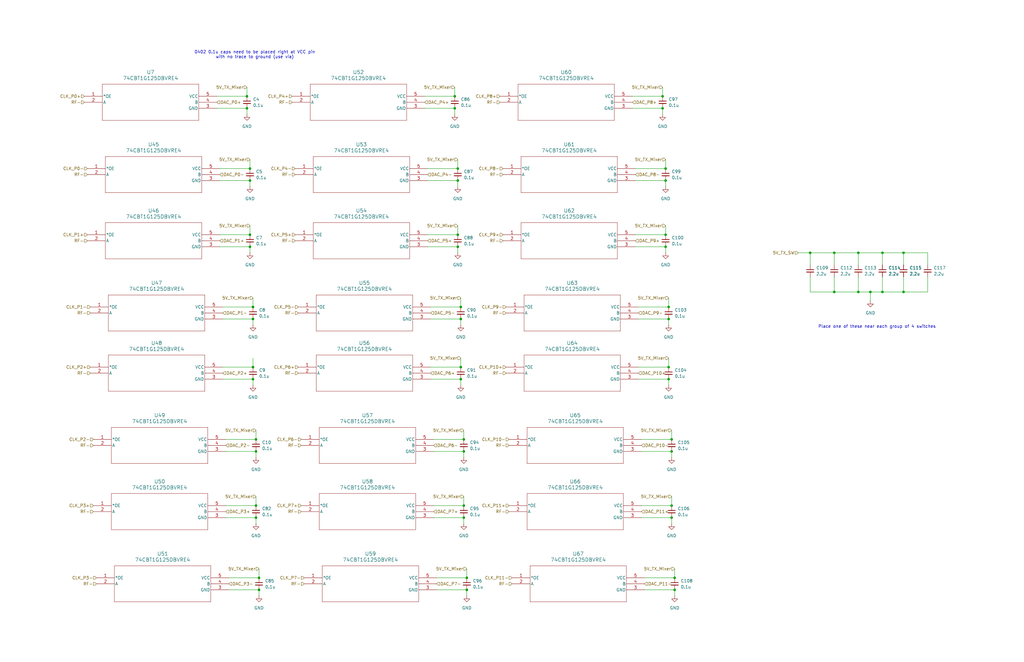
<source format=kicad_sch>
(kicad_sch (version 20250114) (generator "eeschema") (generator_version "9.0")
  (paper "B")
  (title_block (title "Tx Mixers") (date "2025-12-31") (rev "0.0") (company "Andy McCann KA3KAF and Doug McCann KA3KAG"))
  (lib_symbols
    (symbol "Device:C_Small" (pin_numbers (hide yes)) (pin_names (offset 0.254) (hide yes))
      (property "Reference" "C" (at 0.254 1.778 0))
      (property "Value" "C_Small" (at 0.254 -2.032 0))
      (symbol "C_Small_0_1"
        (polyline (pts (xy -1.524 0.508) (xy 1.524 0.508)) (stroke (width 0.3048)))
        (polyline (pts (xy -1.524 -0.508) (xy 1.524 -0.508)) (stroke (width 0.3302)))
      )
      (symbol "C_Small_1_1"
        (pin passive line (at 0 2.54 270) (length 2.032) (name "~") (number "1"))
        (pin passive line (at 0 -2.54 90) (length 2.032) (name "~") (number "2"))
      )
    )
    (symbol "SN74CBT1G125:74CBT1G125DBVRE4" (pin_names (offset 0.254))
      (property "Reference" "U" (at 27.94 10.16 0))
      (property "Value" "74CBT1G125DBVRE4" (at 27.94 7.62 0))
      (symbol "74CBT1G125DBVRE4_0_1"
        (polyline (pts (xy 7.62 5.08) (xy 7.62 -10.16)) (stroke (width 0.127)))
        (polyline (pts (xy 7.62 -10.16) (xy 48.26 -10.16)) (stroke (width 0.127)))
        (polyline (pts (xy 48.26 5.08) (xy 7.62 5.08)) (stroke (width 0.127)))
        (polyline (pts (xy 48.26 -10.16) (xy 48.26 5.08)) (stroke (width 0.127)))
        (pin input line (at 0 0 0) (length 7.62) (name "*OE") (number "1"))
        (pin input line (at 0 -2.54 0) (length 7.62) (name "A") (number "2"))
        (pin power_in line (at 55.88 0 180) (length 7.62) (name "VCC") (number "5"))
        (pin input line (at 55.88 -2.54 180) (length 7.62) (name "B") (number "4"))
        (pin power_in line (at 55.88 -5.08 180) (length 7.62) (name "GND") (number "3"))
      )
    )
    (symbol "power:GND" (power) (pin_numbers (hide yes)) (pin_names (offset 0) (hide yes))
      (property "Value" "GND" (at 0 -3.81 0))
      (symbol "GND_0_1"
        (polyline (pts (xy 0 0) (xy 0 -1.27) (xy 1.27 -1.27) (xy 0 -2.54) (xy -1.27 -1.27) (xy 0 -1.27)))
      )
      (symbol "GND_1_1"
        (pin power_in line (at 0 0 270) (length 0) (name "~") (number "1"))
      )
    )
  )
  (text "Place one of these near each group of 4 switches" (at 369.824 137.922 0) (effects (font (size 1.27 1.27))))
  (text "0402 0.1u caps need to be placed right at VCC pin\nwith no trace to ground (use via)" (at 107.442 23.114 0) (effects (font (size 1.27 1.27))))
  (junction (at 107.95 185.42))
  (junction (at 105.41 76.2))
  (junction (at 107.95 190.5))
  (junction (at 283.21 218.44))
  (junction (at 281.94 129.54))
  (junction (at 109.22 243.84))
  (junction (at 279.4 40.64))
  (junction (at 381 123.19))
  (junction (at 351.79 123.19))
  (junction (at 341.63 106.68))
  (junction (at 195.58 218.44))
  (junction (at 279.4 45.72))
  (junction (at 281.94 160.02))
  (junction (at 372.11 106.68))
  (junction (at 106.68 134.62))
  (junction (at 106.68 129.54))
  (junction (at 372.11 123.19))
  (junction (at 106.68 160.02))
  (junction (at 280.67 99.06))
  (junction (at 105.41 99.06))
  (junction (at 280.67 104.14))
  (junction (at 195.58 190.5))
  (junction (at 191.77 45.72))
  (junction (at 105.41 104.14))
  (junction (at 283.21 190.5))
  (junction (at 196.85 248.92))
  (junction (at 361.95 123.19))
  (junction (at 280.67 76.2))
  (junction (at 195.58 185.42))
  (junction (at 193.04 71.12))
  (junction (at 193.04 104.14))
  (junction (at 283.21 185.42))
  (junction (at 194.31 134.62))
  (junction (at 280.67 71.12))
  (junction (at 105.41 71.12))
  (junction (at 381 106.68))
  (junction (at 104.14 40.64))
  (junction (at 194.31 129.54))
  (junction (at 104.14 45.72))
  (junction (at 367.03 123.19))
  (junction (at 194.31 160.02))
  (junction (at 361.95 106.68))
  (junction (at 281.94 134.62))
  (junction (at 109.22 248.92))
  (junction (at 107.95 213.36))
  (junction (at 194.31 154.94))
  (junction (at 284.48 243.84))
  (junction (at 193.04 76.2))
  (junction (at 195.58 213.36))
  (junction (at 106.68 154.94))
  (junction (at 193.04 99.06))
  (junction (at 107.95 218.44))
  (junction (at 196.85 243.84))
  (junction (at 283.21 213.36))
  (junction (at 191.77 40.64))
  (junction (at 281.94 154.94))
  (junction (at 284.48 248.92))
  (junction (at 351.79 106.68))
  (wire (pts (xy 361.95 106.68) (xy 361.95 111.76)))
  (wire (pts (xy 270.51 213.36) (xy 283.21 213.36)))
  (wire (pts (xy 193.04 76.2) (xy 193.04 78.74)))
  (wire (pts (xy 372.11 106.68) (xy 372.11 111.76)))
  (wire (pts (xy 267.97 76.2) (xy 280.67 76.2)))
  (wire (pts (xy 196.85 248.92) (xy 196.85 251.46)))
  (wire (pts (xy 105.41 71.12) (xy 105.41 67.31)))
  (wire (pts (xy 180.34 76.2) (xy 193.04 76.2)))
  (wire (pts (xy 194.31 160.02) (xy 194.31 162.56)))
  (wire (pts (xy 182.88 218.44) (xy 195.58 218.44)))
  (wire (pts (xy 269.24 160.02) (xy 281.94 160.02)))
  (wire (pts (xy 283.21 213.36) (xy 283.21 209.55)))
  (wire (pts (xy 193.04 99.06) (xy 193.04 95.25)))
  (wire (pts (xy 193.04 104.14) (xy 193.04 106.68)))
  (wire (pts (xy 184.15 248.92) (xy 196.85 248.92)))
  (wire (pts (xy 266.7 40.64) (xy 279.4 40.64)))
  (wire (pts (xy 391.16 106.68) (xy 391.16 111.76)))
  (wire (pts (xy 194.31 154.94) (xy 194.31 151.13)))
  (wire (pts (xy 361.95 116.84) (xy 361.95 123.19)))
  (wire (pts (xy 93.98 154.94) (xy 106.68 154.94)))
  (wire (pts (xy 92.71 99.06) (xy 105.41 99.06)))
  (wire (pts (xy 194.31 129.54) (xy 194.31 125.73)))
  (wire (pts (xy 280.67 104.14) (xy 280.67 106.68)))
  (wire (pts (xy 270.51 190.5) (xy 283.21 190.5)))
  (wire (pts (xy 266.7 45.72) (xy 279.4 45.72)))
  (wire (pts (xy 279.4 40.64) (xy 279.4 36.83)))
  (wire (pts (xy 193.04 71.12) (xy 193.04 67.31)))
  (wire (pts (xy 341.63 116.84) (xy 341.63 123.19)))
  (wire (pts (xy 269.24 134.62) (xy 281.94 134.62)))
  (wire (pts (xy 267.97 71.12) (xy 280.67 71.12)))
  (wire (pts (xy 91.44 45.72) (xy 104.14 45.72)))
  (wire (pts (xy 106.68 129.54) (xy 106.68 125.73)))
  (wire (pts (xy 93.98 129.54) (xy 106.68 129.54)))
  (wire (pts (xy 95.25 185.42) (xy 107.95 185.42)))
  (wire (pts (xy 182.88 185.42) (xy 195.58 185.42)))
  (wire (pts (xy 181.61 129.54) (xy 194.31 129.54)))
  (wire (pts (xy 105.41 76.2) (xy 105.41 78.74)))
  (wire (pts (xy 381 106.68) (xy 391.16 106.68)))
  (wire (pts (xy 184.15 243.84) (xy 196.85 243.84)))
  (wire (pts (xy 181.61 134.62) (xy 194.31 134.62)))
  (wire (pts (xy 283.21 190.5) (xy 283.21 193.04)))
  (wire (pts (xy 180.34 71.12) (xy 193.04 71.12)))
  (wire (pts (xy 104.14 40.64) (xy 104.14 36.83)))
  (wire (pts (xy 341.63 123.19) (xy 351.79 123.19)))
  (wire (pts (xy 281.94 160.02) (xy 281.94 162.56)))
  (wire (pts (xy 107.95 213.36) (xy 107.95 209.55)))
  (wire (pts (xy 95.25 213.36) (xy 107.95 213.36)))
  (wire (pts (xy 92.71 104.14) (xy 105.41 104.14)))
  (wire (pts (xy 106.68 134.62) (xy 106.68 137.16)))
  (wire (pts (xy 191.77 40.64) (xy 191.77 36.83)))
  (wire (pts (xy 109.22 248.92) (xy 109.22 251.46)))
  (wire (pts (xy 91.44 40.64) (xy 104.14 40.64)))
  (wire (pts (xy 351.79 106.68) (xy 351.79 111.76)))
  (wire (pts (xy 372.11 123.19) (xy 381 123.19)))
  (wire (pts (xy 107.95 218.44) (xy 107.95 220.98)))
  (wire (pts (xy 336.55 106.68) (xy 341.63 106.68)))
  (wire (pts (xy 271.78 248.92) (xy 284.48 248.92)))
  (wire (pts (xy 270.51 185.42) (xy 283.21 185.42)))
  (wire (pts (xy 341.63 106.68) (xy 341.63 111.76)))
  (wire (pts (xy 196.85 243.84) (xy 196.85 240.03)))
  (wire (pts (xy 269.24 154.94) (xy 281.94 154.94)))
  (wire (pts (xy 372.11 116.84) (xy 372.11 123.19)))
  (wire (pts (xy 381 123.19) (xy 391.16 123.19)))
  (wire (pts (xy 107.95 185.42) (xy 107.95 181.61)))
  (wire (pts (xy 106.68 160.02) (xy 106.68 162.56)))
  (wire (pts (xy 107.95 190.5) (xy 107.95 193.04)))
  (wire (pts (xy 96.52 248.92) (xy 109.22 248.92)))
  (wire (pts (xy 281.94 134.62) (xy 281.94 137.16)))
  (wire (pts (xy 195.58 185.42) (xy 195.58 181.61)))
  (wire (pts (xy 195.58 213.36) (xy 195.58 209.55)))
  (wire (pts (xy 109.22 243.84) (xy 109.22 240.03)))
  (wire (pts (xy 280.67 99.06) (xy 280.67 95.25)))
  (wire (pts (xy 381 116.84) (xy 381 123.19)))
  (wire (pts (xy 92.71 71.12) (xy 105.41 71.12)))
  (wire (pts (xy 182.88 213.36) (xy 195.58 213.36)))
  (wire (pts (xy 391.16 123.19) (xy 391.16 116.84)))
  (wire (pts (xy 194.31 134.62) (xy 194.31 137.16)))
  (wire (pts (xy 93.98 134.62) (xy 106.68 134.62)))
  (wire (pts (xy 351.79 116.84) (xy 351.79 123.19)))
  (wire (pts (xy 284.48 248.92) (xy 284.48 251.46)))
  (wire (pts (xy 195.58 218.44) (xy 195.58 220.98)))
  (wire (pts (xy 95.25 218.44) (xy 107.95 218.44)))
  (wire (pts (xy 105.41 104.14) (xy 105.41 106.68)))
  (wire (pts (xy 367.03 123.19) (xy 372.11 123.19)))
  (wire (pts (xy 180.34 99.06) (xy 193.04 99.06)))
  (wire (pts (xy 180.34 104.14) (xy 193.04 104.14)))
  (wire (pts (xy 269.24 129.54) (xy 281.94 129.54)))
  (wire (pts (xy 341.63 106.68) (xy 351.79 106.68)))
  (wire (pts (xy 92.71 76.2) (xy 105.41 76.2)))
  (wire (pts (xy 179.07 45.72) (xy 191.77 45.72)))
  (wire (pts (xy 281.94 129.54) (xy 281.94 125.73)))
  (wire (pts (xy 96.52 243.84) (xy 109.22 243.84)))
  (wire (pts (xy 267.97 104.14) (xy 280.67 104.14)))
  (wire (pts (xy 181.61 154.94) (xy 194.31 154.94)))
  (wire (pts (xy 361.95 123.19) (xy 367.03 123.19)))
  (wire (pts (xy 351.79 106.68) (xy 361.95 106.68)))
  (wire (pts (xy 195.58 190.5) (xy 195.58 193.04)))
  (wire (pts (xy 182.88 190.5) (xy 195.58 190.5)))
  (wire (pts (xy 95.25 190.5) (xy 107.95 190.5)))
  (wire (pts (xy 283.21 185.42) (xy 283.21 181.61)))
  (wire (pts (xy 280.67 76.2) (xy 280.67 78.74)))
  (wire (pts (xy 279.4 45.72) (xy 279.4 48.26)))
  (wire (pts (xy 381 106.68) (xy 381 111.76)))
  (wire (pts (xy 191.77 45.72) (xy 191.77 48.26)))
  (wire (pts (xy 372.11 106.68) (xy 381 106.68)))
  (wire (pts (xy 270.51 218.44) (xy 283.21 218.44)))
  (wire (pts (xy 280.67 71.12) (xy 280.67 67.31)))
  (wire (pts (xy 283.21 218.44) (xy 283.21 220.98)))
  (wire (pts (xy 284.48 243.84) (xy 284.48 240.03)))
  (wire (pts (xy 93.98 160.02) (xy 106.68 160.02)))
  (wire (pts (xy 106.68 154.94) (xy 106.68 151.13)))
  (wire (pts (xy 105.41 99.06) (xy 105.41 95.25)))
  (wire (pts (xy 271.78 243.84) (xy 284.48 243.84)))
  (wire (pts (xy 179.07 40.64) (xy 191.77 40.64)))
  (wire (pts (xy 361.95 106.68) (xy 372.11 106.68)))
  (wire (pts (xy 181.61 160.02) (xy 194.31 160.02)))
  (wire (pts (xy 104.14 45.72) (xy 104.14 48.26)))
  (wire (pts (xy 267.97 99.06) (xy 280.67 99.06)))
  (wire (pts (xy 367.03 123.19) (xy 367.03 127)))
  (wire (pts (xy 351.79 123.19) (xy 361.95 123.19)))
  (wire (pts (xy 281.94 154.94) (xy 281.94 151.13)))
  (hierarchical_label "RF-" (shape input) (at 125.73 157.48 180))
  (hierarchical_label "CLK_P11-" (shape input) (at 215.9 243.84 180))
  (hierarchical_label "CLK_P10-" (shape input) (at 214.63 185.42 180))
  (hierarchical_label "5V_TX_Mixer" (shape input) (at 281.94 151.13 180))
  (hierarchical_label "5V_TX_Mixer" (shape input) (at 193.04 67.31 180))
  (hierarchical_label "5V_TX_Mixer" (shape input) (at 194.31 151.13 180))
  (hierarchical_label "RF-" (shape input) (at 124.46 73.66 180))
  (hierarchical_label "CLK_P5-" (shape input) (at 125.73 129.54 180))
  (hierarchical_label "DAC_P10+" (shape input) (at 269.24 157.48 0))
  (hierarchical_label "5V_TX_Mixer" (shape input) (at 193.04 95.25 180))
  (hierarchical_label "5V_TX_Mixer" (shape input) (at 106.68 125.73 180))
  (hierarchical_label "5V_TX_Mixer" (shape input) (at 279.4 36.83 180))
  (hierarchical_label "RF-" (shape input) (at 40.64 246.38 180))
  (hierarchical_label "5V_TX_SW" (shape input) (at 336.55 106.68 180))
  (hierarchical_label "CLK_P10+" (shape input) (at 213.36 154.94 180))
  (hierarchical_label "RF-" (shape input) (at 36.83 101.6 180))
  (hierarchical_label "DAC_P8-" (shape input) (at 267.97 73.66 0))
  (hierarchical_label "CLK_P1+" (shape input) (at 36.83 99.06 180))
  (hierarchical_label "CLK_P7-" (shape input) (at 128.27 243.84 180))
  (hierarchical_label "CLK_P0+" (shape input) (at 35.56 40.64 180))
  (hierarchical_label "CLK_P7+" (shape input) (at 127 213.36 180))
  (hierarchical_label "DAC_P3+" (shape input) (at 95.25 215.9 0))
  (hierarchical_label "DAC_P11-" (shape input) (at 271.78 246.38 0))
  (hierarchical_label "DAC_P5+" (shape input) (at 180.34 101.6 0))
  (hierarchical_label "RF-" (shape input) (at 127 187.96 180))
  (hierarchical_label "DAC_P11+" (shape input) (at 270.51 215.9 0))
  (hierarchical_label "5V_TX_Mixer" (shape input) (at 280.67 95.25 180))
  (hierarchical_label "DAC_P4+" (shape input) (at 179.07 43.18 0))
  (hierarchical_label "CLK_P5+" (shape input) (at 124.46 99.06 180))
  (hierarchical_label "CLK_P6+" (shape input) (at 125.73 154.94 180))
  (hierarchical_label "RF-" (shape input) (at 39.37 215.9 180))
  (hierarchical_label "RF-" (shape input) (at 128.27 246.38 180))
  (hierarchical_label "DAC_P10-" (shape input) (at 270.51 187.96 0))
  (hierarchical_label "5V_TX_Mixer" (shape input) (at 283.21 209.55 180))
  (hierarchical_label "RF-" (shape input) (at 215.9 246.38 180))
  (hierarchical_label "5V_TX_Mixer" (shape input) (at 195.58 181.61 180))
  (hierarchical_label "RF-" (shape input) (at 210.82 43.18 180))
  (hierarchical_label "DAC_P7-" (shape input) (at 184.15 246.38 0))
  (hierarchical_label "5V_TX_Mixer" (shape input) (at 195.58 209.55 180))
  (hierarchical_label "RF-" (shape input) (at 36.83 73.66 180))
  (hierarchical_label "RF-" (shape input) (at 214.63 215.9 180))
  (hierarchical_label "RF-" (shape input) (at 127 215.9 180))
  (hierarchical_label "RF-" (shape input) (at 213.36 132.08 180))
  (hierarchical_label "DAC_P1+" (shape input) (at 92.71 101.6 0))
  (hierarchical_label "DAC_P2-" (shape input) (at 95.25 187.96 0))
  (hierarchical_label "5V_TX_Mixer" (shape input) (at 191.77 36.83 180))
  (hierarchical_label "CLK_P9+" (shape input) (at 212.09 99.06 180))
  (hierarchical_label "RF-" (shape input) (at 38.1 132.08 180))
  (hierarchical_label "CLK_P2-" (shape input) (at 39.37 185.42 180))
  (hierarchical_label "5V_TX_Mixer" (shape input) (at 105.41 67.31 180))
  (hierarchical_label "5V_TX_Mixer" (shape input) (at 104.14 36.83 180))
  (hierarchical_label "5V_TX_Mixer" (shape input) (at 281.94 125.73 180))
  (hierarchical_label "5V_TX_Mixer" (shape input) (at 107.95 181.61 180))
  (hierarchical_label "DAC_P6-" (shape input) (at 182.88 187.96 0))
  (hierarchical_label "CLK_P2+" (shape input) (at 38.1 154.94 180))
  (hierarchical_label "RF-" (shape input) (at 123.19 43.18 180))
  (hierarchical_label "RF-" (shape input) (at 35.56 43.18 180))
  (hierarchical_label "DAC_P9-" (shape input) (at 269.24 132.08 0))
  (hierarchical_label "DAC_P9+" (shape input) (at 267.97 101.6 0))
  (hierarchical_label "CLK_P3+" (shape input) (at 39.37 213.36 180))
  (hierarchical_label "DAC_P0+" (shape input) (at 91.44 43.18 0))
  (hierarchical_label "5V_TX_Mixer" (shape input) (at 107.95 209.55 180))
  (hierarchical_label "DAC_P8+" (shape input) (at 266.7 43.18 0))
  (hierarchical_label "5V_TX_Mixer" (shape input) (at 284.48 240.03 180))
  (hierarchical_label "RF-" (shape input) (at 39.37 187.96 180))
  (hierarchical_label "CLK_P11+" (shape input) (at 214.63 213.36 180))
  (hierarchical_label "DAC_P6+" (shape input) (at 181.61 157.48 0))
  (hierarchical_label "5V_TX_Mixer" (shape input) (at 280.67 67.31 180))
  (hierarchical_label "RF-" (shape input) (at 38.1 157.48 180))
  (hierarchical_label "RF-" (shape input) (at 124.46 101.6 180))
  (hierarchical_label "5V_TX_Mixer" (shape input) (at 196.85 240.03 180))
  (hierarchical_label "RF-" (shape input) (at 214.63 187.96 180))
  (hierarchical_label "CLK_P8+" (shape input) (at 210.82 40.64 180))
  (hierarchical_label "5V_TX_Mixer" (shape input) (at 105.41 95.25 180))
  (hierarchical_label "DAC_P5-" (shape input) (at 181.61 132.08 0))
  (hierarchical_label "CLK_P3-" (shape input) (at 40.64 243.84 180))
  (hierarchical_label "CLK_P1-" (shape input) (at 38.1 129.54 180))
  (hierarchical_label "DAC_P0-" (shape input) (at 92.71 73.66 0))
  (hierarchical_label "DAC_P7+" (shape input) (at 182.88 215.9 0))
  (hierarchical_label "RF-" (shape input) (at 125.73 132.08 180))
  (hierarchical_label "5V_TX_Mixer" (shape input) (at 283.21 181.61 180))
  (hierarchical_label "CLK_P4-" (shape input) (at 124.46 71.12 180))
  (hierarchical_label "RF-" (shape input) (at 212.09 101.6 180))
  (hierarchical_label "CLK_P9-" (shape input) (at 213.36 129.54 180))
  (hierarchical_label "CLK_P6-" (shape input) (at 127 185.42 180))
  (hierarchical_label "DAC_P4-" (shape input) (at 180.34 73.66 0))
  (hierarchical_label "CLK_P0-" (shape input) (at 36.83 71.12 180))
  (hierarchical_label "RF-" (shape input) (at 213.36 157.48 180))
  (hierarchical_label "RF-" (shape input) (at 212.09 73.66 180))
  (hierarchical_label "CLK_P8-" (shape input) (at 212.09 71.12 180))
  (hierarchical_label "DAC_P3-" (shape input) (at 96.52 246.38 0))
  (hierarchical_label "DAC_P1-" (shape input) (at 93.98 132.08 0))
  (hierarchical_label "DAC_P2+" (shape input) (at 93.98 157.48 0))
  (hierarchical_label "5V_TX_Mixer" (shape input) (at 109.22 240.03 180))
  (hierarchical_label "CLK_P4+" (shape input) (at 123.19 40.64 180))
  (hierarchical_label "5V_TX_Mixer" (shape input) (at 194.31 125.73 180))
  (symbol (lib_id "SN74CBT1G125:74CBT1G125DBVRE4") (at 127 213.36 0) (unit 1)
    (property "Reference" "U58" (at 154.94 203.2 0) (effects (font (size 1.524 1.524))))
    (property "Value" "74CBT1G125DBVRE4" (at 154.94 205.74 0) (effects (font (size 1.524 1.524))))
    (property "Footprint" "DBV5" (effects (hide yes)))
    (property "Datasheet" "https://www.ti.com/lit/gpn/sn74cbt1g125" (effects (hide yes)))
  )
  (symbol (lib_id "SN74CBT1G125:74CBT1G125DBVRE4") (at 215.9 243.84 0) (unit 1)
    (property "Reference" "U67" (at 243.84 233.68 0) (effects (font (size 1.524 1.524))))
    (property "Value" "74CBT1G125DBVRE4" (at 243.84 236.22 0) (effects (font (size 1.524 1.524))))
    (property "Footprint" "DBV5" (effects (hide yes)))
    (property "Datasheet" "https://www.ti.com/lit/gpn/sn74cbt1g125" (effects (hide yes)))
  )
  (symbol (lib_id "Device:C_Small") (at 283.21 215.9 0) (unit 1)
    (property "Reference" "C106" (at 285.75 214.6362 0) (effects (justify left)))
    (property "Value" "0.1u" (at 285.75 217.1762 0) (effects (justify left)))
    (property "Footprint" "Resistor_SMD:R_0402_1005Metric_Pad0.72x0.64mm_HandSolder" (effects (hide yes)))
    (property "Description" "Unpolarized capacitor, small symbol" (effects (hide yes)))
  )
  (symbol (lib_id "power:GND") (at 104.14 48.26 0) (unit 1)
    (property "Reference" "#PWR03" (effects (hide yes)))
    (property "Value" "GND" (at 104.14 53.34 0))
    (property "Description" "Power symbol creates a global label with name \"GND\" , ground" (effects (hide yes)))
  )
  (symbol (lib_id "Device:C_Small") (at 281.94 157.48 0) (unit 1)
    (property "Reference" "C104" (at 284.48 156.2162 0) (effects (justify left)))
    (property "Value" "0.1u" (at 284.48 158.7562 0) (effects (justify left)))
    (property "Footprint" "Resistor_SMD:R_0402_1005Metric_Pad0.72x0.64mm_HandSolder" (effects (hide yes)))
    (property "Description" "Unpolarized capacitor, small symbol" (effects (hide yes)))
  )
  (symbol (lib_id "Device:C_Small") (at 283.21 187.96 0) (unit 1)
    (property "Reference" "C105" (at 285.75 186.6962 0) (effects (justify left)))
    (property "Value" "0.1u" (at 285.75 189.2362 0) (effects (justify left)))
    (property "Footprint" "Resistor_SMD:R_0402_1005Metric_Pad0.72x0.64mm_HandSolder" (effects (hide yes)))
    (property "Description" "Unpolarized capacitor, small symbol" (effects (hide yes)))
  )
  (symbol (lib_id "SN74CBT1G125:74CBT1G125DBVRE4") (at 125.73 129.54 0) (unit 1)
    (property "Reference" "U55" (at 153.67 119.38 0) (effects (font (size 1.524 1.524))))
    (property "Value" "74CBT1G125DBVRE4" (at 153.67 121.92 0) (effects (font (size 1.524 1.524))))
    (property "Footprint" "DBV5" (effects (hide yes)))
    (property "Datasheet" "https://www.ti.com/lit/gpn/sn74cbt1g125" (effects (hide yes)))
  )
  (symbol (lib_id "power:GND") (at 193.04 78.74 0) (unit 1)
    (property "Reference" "#PWR071" (effects (hide yes)))
    (property "Value" "GND" (at 193.04 83.82 0))
    (property "Description" "Power symbol creates a global label with name \"GND\" , ground" (effects (hide yes)))
  )
  (symbol (lib_id "Device:C_Small") (at 351.79 114.3 0) (unit 1)
    (property "Reference" "C112" (at 354.33 113.0362 0) (effects (justify left)))
    (property "Value" "2.2u" (at 354.33 115.5762 0) (effects (justify left)))
    (property "Description" "Unpolarized capacitor, small symbol" (effects (hide yes)))
  )
  (symbol (lib_id "SN74CBT1G125:74CBT1G125DBVRE4") (at 35.56 40.64 0) (unit 1)
    (property "Reference" "U7" (at 63.5 30.48 0) (effects (font (size 1.524 1.524))))
    (property "Value" "74CBT1G125DBVRE4" (at 63.5 33.02 0) (effects (font (size 1.524 1.524))))
    (property "Footprint" "DBV5" (effects (hide yes)))
    (property "Datasheet" "https://www.ti.com/lit/gpn/sn74cbt1g125" (effects (hide yes)))
  )
  (symbol (lib_id "Device:C_Small") (at 341.63 114.3 0) (unit 1)
    (property "Reference" "C109" (at 344.17 113.0362 0) (effects (justify left)))
    (property "Value" "2.2u" (at 344.17 115.5762 0) (effects (justify left)))
    (property "Description" "Unpolarized capacitor, small symbol" (effects (hide yes)))
  )
  (symbol (lib_id "SN74CBT1G125:74CBT1G125DBVRE4") (at 123.19 40.64 0) (unit 1)
    (property "Reference" "U52" (at 151.13 30.48 0) (effects (font (size 1.524 1.524))))
    (property "Value" "74CBT1G125DBVRE4" (at 151.13 33.02 0) (effects (font (size 1.524 1.524))))
    (property "Footprint" "DBV5" (effects (hide yes)))
    (property "Datasheet" "https://www.ti.com/lit/gpn/sn74cbt1g125" (effects (hide yes)))
  )
  (symbol (lib_id "power:GND") (at 195.58 193.04 0) (unit 1)
    (property "Reference" "#PWR0117" (effects (hide yes)))
    (property "Value" "GND" (at 195.58 198.12 0))
    (property "Description" "Power symbol creates a global label with name \"GND\" , ground" (effects (hide yes)))
  )
  (symbol (lib_id "power:GND") (at 105.41 78.74 0) (unit 1)
    (property "Reference" "#PWR08" (effects (hide yes)))
    (property "Value" "GND" (at 105.41 83.82 0))
    (property "Description" "Power symbol creates a global label with name \"GND\" , ground" (effects (hide yes)))
  )
  (symbol (lib_id "Device:C_Small") (at 105.41 101.6 0) (unit 1)
    (property "Reference" "C7" (at 107.95 100.3362 0) (effects (justify left)))
    (property "Value" "0.1u" (at 107.95 102.8762 0) (effects (justify left)))
    (property "Footprint" "Resistor_SMD:R_0402_1005Metric_Pad0.72x0.64mm_HandSolder" (effects (hide yes)))
    (property "Description" "Unpolarized capacitor, small symbol" (effects (hide yes)))
  )
  (symbol (lib_id "SN74CBT1G125:74CBT1G125DBVRE4") (at 128.27 243.84 0) (unit 1)
    (property "Reference" "U59" (at 156.21 233.68 0) (effects (font (size 1.524 1.524))))
    (property "Value" "74CBT1G125DBVRE4" (at 156.21 236.22 0) (effects (font (size 1.524 1.524))))
    (property "Footprint" "DBV5" (effects (hide yes)))
    (property "Datasheet" "https://www.ti.com/lit/gpn/sn74cbt1g125" (effects (hide yes)))
  )
  (symbol (lib_id "Device:C_Small") (at 106.68 132.08 0) (unit 1)
    (property "Reference" "C8" (at 109.22 130.8162 0) (effects (justify left)))
    (property "Value" "0.1u" (at 109.22 133.3562 0) (effects (justify left)))
    (property "Footprint" "Resistor_SMD:R_0402_1005Metric_Pad0.72x0.64mm_HandSolder" (effects (hide yes)))
    (property "Description" "Unpolarized capacitor, small symbol" (effects (hide yes)))
  )
  (symbol (lib_id "Device:C_Small") (at 107.95 187.96 0) (unit 1)
    (property "Reference" "C10" (at 110.49 186.6962 0) (effects (justify left)))
    (property "Value" "0.1u" (at 110.49 189.2362 0) (effects (justify left)))
    (property "Footprint" "Resistor_SMD:R_0402_1005Metric_Pad0.72x0.64mm_HandSolder" (effects (hide yes)))
    (property "Description" "Unpolarized capacitor, small symbol" (effects (hide yes)))
  )
  (symbol (lib_id "power:GND") (at 194.31 137.16 0) (unit 1)
    (property "Reference" "#PWR0110" (effects (hide yes)))
    (property "Value" "GND" (at 194.31 142.24 0))
    (property "Description" "Power symbol creates a global label with name \"GND\" , ground" (effects (hide yes)))
  )
  (symbol (lib_id "power:GND") (at 283.21 220.98 0) (unit 1)
    (property "Reference" "#PWR0135" (effects (hide yes)))
    (property "Value" "GND" (at 283.21 226.06 0))
    (property "Description" "Power symbol creates a global label with name \"GND\" , ground" (effects (hide yes)))
  )
  (symbol (lib_id "SN74CBT1G125:74CBT1G125DBVRE4") (at 124.46 99.06 0) (unit 1)
    (property "Reference" "U54" (at 152.4 88.9 0) (effects (font (size 1.524 1.524))))
    (property "Value" "74CBT1G125DBVRE4" (at 152.4 91.44 0) (effects (font (size 1.524 1.524))))
    (property "Footprint" "DBV5" (effects (hide yes)))
    (property "Datasheet" "https://www.ti.com/lit/gpn/sn74cbt1g125" (effects (hide yes)))
  )
  (symbol (lib_id "Device:C_Small") (at 191.77 43.18 0) (unit 1)
    (property "Reference" "C86" (at 194.31 41.9162 0) (effects (justify left)))
    (property "Value" "0.1u" (at 194.31 44.4562 0) (effects (justify left)))
    (property "Footprint" "Resistor_SMD:R_0402_1005Metric_Pad0.72x0.64mm_HandSolder" (effects (hide yes)))
    (property "Description" "Unpolarized capacitor, small symbol" (effects (hide yes)))
  )
  (symbol (lib_id "power:GND") (at 195.58 220.98 0) (unit 1)
    (property "Reference" "#PWR0120" (effects (hide yes)))
    (property "Value" "GND" (at 195.58 226.06 0))
    (property "Description" "Power symbol creates a global label with name \"GND\" , ground" (effects (hide yes)))
  )
  (symbol (lib_id "power:GND") (at 280.67 78.74 0) (unit 1)
    (property "Reference" "#PWR0130" (effects (hide yes)))
    (property "Value" "GND" (at 280.67 83.82 0))
    (property "Description" "Power symbol creates a global label with name \"GND\" , ground" (effects (hide yes)))
  )
  (symbol (lib_id "power:GND") (at 367.03 127 0) (unit 1)
    (property "Reference" "#PWR0137" (effects (hide yes)))
    (property "Value" "GND" (at 367.03 132.08 0))
    (property "Description" "Power symbol creates a global label with name \"GND\" , ground" (effects (hide yes)))
  )
  (symbol (lib_id "SN74CBT1G125:74CBT1G125DBVRE4") (at 36.83 71.12 0) (unit 1)
    (property "Reference" "U45" (at 64.77 60.96 0) (effects (font (size 1.524 1.524))))
    (property "Value" "74CBT1G125DBVRE4" (at 64.77 63.5 0) (effects (font (size 1.524 1.524))))
    (property "Footprint" "DBV5" (effects (hide yes)))
    (property "Datasheet" "https://www.ti.com/lit/gpn/sn74cbt1g125" (effects (hide yes)))
  )
  (symbol (lib_id "SN74CBT1G125:74CBT1G125DBVRE4") (at 210.82 40.64 0) (unit 1)
    (property "Reference" "U60" (at 238.76 30.48 0) (effects (font (size 1.524 1.524))))
    (property "Value" "74CBT1G125DBVRE4" (at 238.76 33.02 0) (effects (font (size 1.524 1.524))))
    (property "Footprint" "DBV5" (effects (hide yes)))
    (property "Datasheet" "https://www.ti.com/lit/gpn/sn74cbt1g125" (effects (hide yes)))
  )
  (symbol (lib_id "Device:C_Small") (at 361.95 114.3 0) (unit 1)
    (property "Reference" "C113" (at 364.49 113.0362 0) (effects (justify left)))
    (property "Value" "2.2u" (at 364.49 115.5762 0) (effects (justify left)))
    (property "Description" "Unpolarized capacitor, small symbol" (effects (hide yes)))
  )
  (symbol (lib_id "power:GND") (at 281.94 162.56 0) (unit 1)
    (property "Reference" "#PWR0133" (effects (hide yes)))
    (property "Value" "GND" (at 281.94 167.64 0))
    (property "Description" "Power symbol creates a global label with name \"GND\" , ground" (effects (hide yes)))
  )
  (symbol (lib_id "Device:C_Small") (at 281.94 132.08 0) (unit 1)
    (property "Reference" "C103" (at 284.48 130.8162 0) (effects (justify left)))
    (property "Value" "0.1u" (at 284.48 133.3562 0) (effects (justify left)))
    (property "Footprint" "Resistor_SMD:R_0402_1005Metric_Pad0.72x0.64mm_HandSolder" (effects (hide yes)))
    (property "Description" "Unpolarized capacitor, small symbol" (effects (hide yes)))
  )
  (symbol (lib_id "SN74CBT1G125:74CBT1G125DBVRE4") (at 212.09 71.12 0) (unit 1)
    (property "Reference" "U61" (at 240.03 60.96 0) (effects (font (size 1.524 1.524))))
    (property "Value" "74CBT1G125DBVRE4" (at 240.03 63.5 0) (effects (font (size 1.524 1.524))))
    (property "Footprint" "DBV5" (effects (hide yes)))
    (property "Datasheet" "https://www.ti.com/lit/gpn/sn74cbt1g125" (effects (hide yes)))
  )
  (symbol (lib_id "Device:C_Small") (at 372.11 114.3 0) (unit 1)
    (property "Reference" "C114" (at 374.65 113.0362 0) (effects (justify left)))
    (property "Value" "2.2u" (at 374.65 115.5762 0) (effects (justify left)))
    (property "Description" "Unpolarized capacitor, small symbol" (effects (hide yes)))
  )
  (symbol (lib_id "Device:C_Small") (at 194.31 132.08 0) (unit 1)
    (property "Reference" "C90" (at 196.85 130.8162 0) (effects (justify left)))
    (property "Value" "0.1u" (at 196.85 133.3562 0) (effects (justify left)))
    (property "Footprint" "Resistor_SMD:R_0402_1005Metric_Pad0.72x0.64mm_HandSolder" (effects (hide yes)))
    (property "Description" "Unpolarized capacitor, small symbol" (effects (hide yes)))
  )
  (symbol (lib_id "Device:C_Small") (at 105.41 73.66 0) (unit 1)
    (property "Reference" "C5" (at 107.95 72.3962 0) (effects (justify left)))
    (property "Value" "0.1u" (at 107.95 74.9362 0) (effects (justify left)))
    (property "Footprint" "Resistor_SMD:R_0402_1005Metric_Pad0.72x0.64mm_HandSolder" (effects (hide yes)))
    (property "Description" "Unpolarized capacitor, small symbol" (effects (hide yes)))
  )
  (symbol (lib_id "Device:C_Small") (at 284.48 246.38 0) (unit 1)
    (property "Reference" "C108" (at 287.02 245.1162 0) (effects (justify left)))
    (property "Value" "0.1u" (at 287.02 247.6562 0) (effects (justify left)))
    (property "Footprint" "Resistor_SMD:R_0402_1005Metric_Pad0.72x0.64mm_HandSolder" (effects (hide yes)))
    (property "Description" "Unpolarized capacitor, small symbol" (effects (hide yes)))
  )
  (symbol (lib_id "Device:C_Small") (at 106.68 157.48 0) (unit 1)
    (property "Reference" "C9" (at 109.22 156.2162 0) (effects (justify left)))
    (property "Value" "0.1u" (at 109.22 158.7562 0) (effects (justify left)))
    (property "Footprint" "Resistor_SMD:R_0402_1005Metric_Pad0.72x0.64mm_HandSolder" (effects (hide yes)))
    (property "Description" "Unpolarized capacitor, small symbol" (effects (hide yes)))
  )
  (symbol (lib_id "SN74CBT1G125:74CBT1G125DBVRE4") (at 39.37 213.36 0) (unit 1)
    (property "Reference" "U50" (at 67.31 203.2 0) (effects (font (size 1.524 1.524))))
    (property "Value" "74CBT1G125DBVRE4" (at 67.31 205.74 0) (effects (font (size 1.524 1.524))))
    (property "Footprint" "DBV5" (effects (hide yes)))
    (property "Datasheet" "https://www.ti.com/lit/gpn/sn74cbt1g125" (effects (hide yes)))
  )
  (symbol (lib_id "power:GND") (at 281.94 137.16 0) (unit 1)
    (property "Reference" "#PWR0132" (effects (hide yes)))
    (property "Value" "GND" (at 281.94 142.24 0))
    (property "Description" "Power symbol creates a global label with name \"GND\" , ground" (effects (hide yes)))
  )
  (symbol (lib_id "Device:C_Small") (at 193.04 101.6 0) (unit 1)
    (property "Reference" "C88" (at 195.58 100.3362 0) (effects (justify left)))
    (property "Value" "0.1u" (at 195.58 102.8762 0) (effects (justify left)))
    (property "Footprint" "Resistor_SMD:R_0402_1005Metric_Pad0.72x0.64mm_HandSolder" (effects (hide yes)))
    (property "Description" "Unpolarized capacitor, small symbol" (effects (hide yes)))
  )
  (symbol (lib_id "power:GND") (at 191.77 48.26 0) (unit 1)
    (property "Reference" "#PWR067" (effects (hide yes)))
    (property "Value" "GND" (at 191.77 53.34 0))
    (property "Description" "Power symbol creates a global label with name \"GND\" , ground" (effects (hide yes)))
  )
  (symbol (lib_id "Device:C_Small") (at 381 114.3 0) (unit 1)
    (property "Reference" "C115" (at 383.54 113.0362 0) (effects (justify left)))
    (property "Value" "2.2u" (at 383.54 115.5762 0) (effects (justify left)))
    (property "Description" "Unpolarized capacitor, small symbol" (effects (hide yes)))
  )
  (symbol (lib_id "Device:C_Small") (at 193.04 73.66 0) (unit 1)
    (property "Reference" "C87" (at 195.58 72.3962 0) (effects (justify left)))
    (property "Value" "0.1u" (at 195.58 74.9362 0) (effects (justify left)))
    (property "Footprint" "Resistor_SMD:R_0402_1005Metric_Pad0.72x0.64mm_HandSolder" (effects (hide yes)))
    (property "Description" "Unpolarized capacitor, small symbol" (effects (hide yes)))
  )
  (symbol (lib_id "Device:C_Small") (at 391.16 114.3 0) (unit 1)
    (property "Reference" "C117" (at 393.7 113.0362 0) (effects (justify left)))
    (property "Value" "2.2u" (at 393.7 115.5762 0) (effects (justify left)))
    (property "Description" "Unpolarized capacitor, small symbol" (effects (hide yes)))
  )
  (symbol (lib_id "power:GND") (at 194.31 162.56 0) (unit 1)
    (property "Reference" "#PWR0113" (effects (hide yes)))
    (property "Value" "GND" (at 194.31 167.64 0))
    (property "Description" "Power symbol creates a global label with name \"GND\" , ground" (effects (hide yes)))
  )
  (symbol (lib_id "SN74CBT1G125:74CBT1G125DBVRE4") (at 36.83 99.06 0) (unit 1)
    (property "Reference" "U46" (at 64.77 88.9 0) (effects (font (size 1.524 1.524))))
    (property "Value" "74CBT1G125DBVRE4" (at 64.77 91.44 0) (effects (font (size 1.524 1.524))))
    (property "Footprint" "DBV5" (effects (hide yes)))
    (property "Datasheet" "https://www.ti.com/lit/gpn/sn74cbt1g125" (effects (hide yes)))
  )
  (symbol (lib_id "power:GND") (at 283.21 193.04 0) (unit 1)
    (property "Reference" "#PWR0134" (effects (hide yes)))
    (property "Value" "GND" (at 283.21 198.12 0))
    (property "Description" "Power symbol creates a global label with name \"GND\" , ground" (effects (hide yes)))
  )
  (symbol (lib_id "power:GND") (at 106.68 137.16 0) (unit 1)
    (property "Reference" "#PWR048" (effects (hide yes)))
    (property "Value" "GND" (at 106.68 142.24 0))
    (property "Description" "Power symbol creates a global label with name \"GND\" , ground" (effects (hide yes)))
  )
  (symbol (lib_id "SN74CBT1G125:74CBT1G125DBVRE4") (at 124.46 71.12 0) (unit 1)
    (property "Reference" "U53" (at 152.4 60.96 0) (effects (font (size 1.524 1.524))))
    (property "Value" "74CBT1G125DBVRE4" (at 152.4 63.5 0) (effects (font (size 1.524 1.524))))
    (property "Footprint" "DBV5" (effects (hide yes)))
    (property "Datasheet" "https://www.ti.com/lit/gpn/sn74cbt1g125" (effects (hide yes)))
  )
  (symbol (lib_id "Device:C_Small") (at 280.67 73.66 0) (unit 1)
    (property "Reference" "C99" (at 283.21 72.3962 0) (effects (justify left)))
    (property "Value" "0.1u" (at 283.21 74.9362 0) (effects (justify left)))
    (property "Footprint" "Resistor_SMD:R_0402_1005Metric_Pad0.72x0.64mm_HandSolder" (effects (hide yes)))
    (property "Description" "Unpolarized capacitor, small symbol" (effects (hide yes)))
  )
  (symbol (lib_id "Device:C_Small") (at 107.95 215.9 0) (unit 1)
    (property "Reference" "C82" (at 110.49 214.6362 0) (effects (justify left)))
    (property "Value" "0.1u" (at 110.49 217.1762 0) (effects (justify left)))
    (property "Footprint" "Resistor_SMD:R_0402_1005Metric_Pad0.72x0.64mm_HandSolder" (effects (hide yes)))
    (property "Description" "Unpolarized capacitor, small symbol" (effects (hide yes)))
  )
  (symbol (lib_id "power:GND") (at 193.04 106.68 0) (unit 1)
    (property "Reference" "#PWR074" (effects (hide yes)))
    (property "Value" "GND" (at 193.04 111.76 0))
    (property "Description" "Power symbol creates a global label with name \"GND\" , ground" (effects (hide yes)))
  )
  (symbol (lib_id "power:GND") (at 279.4 48.26 0) (unit 1)
    (property "Reference" "#PWR0127" (effects (hide yes)))
    (property "Value" "GND" (at 279.4 53.34 0))
    (property "Description" "Power symbol creates a global label with name \"GND\" , ground" (effects (hide yes)))
  )
  (symbol (lib_id "SN74CBT1G125:74CBT1G125DBVRE4") (at 212.09 99.06 0) (unit 1)
    (property "Reference" "U62" (at 240.03 88.9 0) (effects (font (size 1.524 1.524))))
    (property "Value" "74CBT1G125DBVRE4" (at 240.03 91.44 0) (effects (font (size 1.524 1.524))))
    (property "Footprint" "DBV5" (effects (hide yes)))
    (property "Datasheet" "https://www.ti.com/lit/gpn/sn74cbt1g125" (effects (hide yes)))
  )
  (symbol (lib_id "Device:C_Small") (at 280.67 101.6 0) (unit 1)
    (property "Reference" "C100" (at 283.21 100.3362 0) (effects (justify left)))
    (property "Value" "0.1u" (at 283.21 102.8762 0) (effects (justify left)))
    (property "Footprint" "Resistor_SMD:R_0402_1005Metric_Pad0.72x0.64mm_HandSolder" (effects (hide yes)))
    (property "Description" "Unpolarized capacitor, small symbol" (effects (hide yes)))
  )
  (symbol (lib_id "SN74CBT1G125:74CBT1G125DBVRE4") (at 39.37 185.42 0) (unit 1)
    (property "Reference" "U49" (at 67.31 175.26 0) (effects (font (size 1.524 1.524))))
    (property "Value" "74CBT1G125DBVRE4" (at 67.31 177.8 0) (effects (font (size 1.524 1.524))))
    (property "Footprint" "DBV5" (effects (hide yes)))
    (property "Datasheet" "https://www.ti.com/lit/gpn/sn74cbt1g125" (effects (hide yes)))
  )
  (symbol (lib_id "Device:C_Small") (at 279.4 43.18 0) (unit 1)
    (property "Reference" "C97" (at 281.94 41.9162 0) (effects (justify left)))
    (property "Value" "0.1u" (at 281.94 44.4562 0) (effects (justify left)))
    (property "Footprint" "Resistor_SMD:R_0402_1005Metric_Pad0.72x0.64mm_HandSolder" (effects (hide yes)))
    (property "Description" "Unpolarized capacitor, small symbol" (effects (hide yes)))
  )
  (symbol (lib_id "SN74CBT1G125:74CBT1G125DBVRE4") (at 213.36 129.54 0) (unit 1)
    (property "Reference" "U63" (at 241.3 119.38 0) (effects (font (size 1.524 1.524))))
    (property "Value" "74CBT1G125DBVRE4" (at 241.3 121.92 0) (effects (font (size 1.524 1.524))))
    (property "Footprint" "DBV5" (effects (hide yes)))
    (property "Datasheet" "https://www.ti.com/lit/gpn/sn74cbt1g125" (effects (hide yes)))
  )
  (symbol (lib_id "power:GND") (at 280.67 106.68 0) (unit 1)
    (property "Reference" "#PWR0131" (effects (hide yes)))
    (property "Value" "GND" (at 280.67 111.76 0))
    (property "Description" "Power symbol creates a global label with name \"GND\" , ground" (effects (hide yes)))
  )
  (symbol (lib_id "SN74CBT1G125:74CBT1G125DBVRE4") (at 125.73 154.94 0) (unit 1)
    (property "Reference" "U56" (at 153.67 144.78 0) (effects (font (size 1.524 1.524))))
    (property "Value" "74CBT1G125DBVRE4" (at 153.67 147.32 0) (effects (font (size 1.524 1.524))))
    (property "Footprint" "DBV5" (effects (hide yes)))
    (property "Datasheet" "https://www.ti.com/lit/gpn/sn74cbt1g125" (effects (hide yes)))
  )
  (symbol (lib_id "power:GND") (at 284.48 251.46 0) (unit 1)
    (property "Reference" "#PWR0136" (effects (hide yes)))
    (property "Value" "GND" (at 284.48 256.54 0))
    (property "Description" "Power symbol creates a global label with name \"GND\" , ground" (effects (hide yes)))
  )
  (symbol (lib_id "power:GND") (at 107.95 220.98 0) (unit 1)
    (property "Reference" "#PWR060" (effects (hide yes)))
    (property "Value" "GND" (at 107.95 226.06 0))
    (property "Description" "Power symbol creates a global label with name \"GND\" , ground" (effects (hide yes)))
  )
  (symbol (lib_id "SN74CBT1G125:74CBT1G125DBVRE4") (at 214.63 213.36 0) (unit 1)
    (property "Reference" "U66" (at 242.57 203.2 0) (effects (font (size 1.524 1.524))))
    (property "Value" "74CBT1G125DBVRE4" (at 242.57 205.74 0) (effects (font (size 1.524 1.524))))
    (property "Footprint" "DBV5" (effects (hide yes)))
    (property "Datasheet" "https://www.ti.com/lit/gpn/sn74cbt1g125" (effects (hide yes)))
  )
  (symbol (lib_id "SN74CBT1G125:74CBT1G125DBVRE4") (at 127 185.42 0) (unit 1)
    (property "Reference" "U57" (at 154.94 175.26 0) (effects (font (size 1.524 1.524))))
    (property "Value" "74CBT1G125DBVRE4" (at 154.94 177.8 0) (effects (font (size 1.524 1.524))))
    (property "Footprint" "DBV5" (effects (hide yes)))
    (property "Datasheet" "https://www.ti.com/lit/gpn/sn74cbt1g125" (effects (hide yes)))
  )
  (symbol (lib_id "SN74CBT1G125:74CBT1G125DBVRE4") (at 38.1 154.94 0) (unit 1)
    (property "Reference" "U48" (at 66.04 144.78 0) (effects (font (size 1.524 1.524))))
    (property "Value" "74CBT1G125DBVRE4" (at 66.04 147.32 0) (effects (font (size 1.524 1.524))))
    (property "Footprint" "DBV5" (effects (hide yes)))
    (property "Datasheet" "https://www.ti.com/lit/gpn/sn74cbt1g125" (effects (hide yes)))
  )
  (symbol (lib_id "Device:C_Small") (at 195.58 215.9 0) (unit 1)
    (property "Reference" "C95" (at 198.12 214.6362 0) (effects (justify left)))
    (property "Value" "0.1u" (at 198.12 217.1762 0) (effects (justify left)))
    (property "Footprint" "Resistor_SMD:R_0402_1005Metric_Pad0.72x0.64mm_HandSolder" (effects (hide yes)))
    (property "Description" "Unpolarized capacitor, small symbol" (effects (hide yes)))
  )
  (symbol (lib_id "power:GND") (at 107.95 193.04 0) (unit 1)
    (property "Reference" "#PWR057" (effects (hide yes)))
    (property "Value" "GND" (at 107.95 198.12 0))
    (property "Description" "Power symbol creates a global label with name \"GND\" , ground" (effects (hide yes)))
  )
  (symbol (lib_id "Device:C_Small") (at 109.22 246.38 0) (unit 1)
    (property "Reference" "C85" (at 111.76 245.1162 0) (effects (justify left)))
    (property "Value" "0.1u" (at 111.76 247.6562 0) (effects (justify left)))
    (property "Footprint" "Resistor_SMD:R_0402_1005Metric_Pad0.72x0.64mm_HandSolder" (effects (hide yes)))
    (property "Description" "Unpolarized capacitor, small symbol" (effects (hide yes)))
  )
  (symbol (lib_id "Device:C_Small") (at 196.85 246.38 0) (unit 1)
    (property "Reference" "C96" (at 199.39 245.1162 0) (effects (justify left)))
    (property "Value" "0.1u" (at 199.39 247.6562 0) (effects (justify left)))
    (property "Footprint" "Resistor_SMD:R_0402_1005Metric_Pad0.72x0.64mm_HandSolder" (effects (hide yes)))
    (property "Description" "Unpolarized capacitor, small symbol" (effects (hide yes)))
  )
  (symbol (lib_id "power:GND") (at 106.68 162.56 0) (unit 1)
    (property "Reference" "#PWR050" (effects (hide yes)))
    (property "Value" "GND" (at 106.68 167.64 0))
    (property "Description" "Power symbol creates a global label with name \"GND\" , ground" (effects (hide yes)))
  )
  (symbol (lib_id "power:GND") (at 105.41 106.68 0) (unit 1)
    (property "Reference" "#PWR039" (effects (hide yes)))
    (property "Value" "GND" (at 105.41 111.76 0))
    (property "Description" "Power symbol creates a global label with name \"GND\" , ground" (effects (hide yes)))
  )
  (symbol (lib_id "power:GND") (at 109.22 251.46 0) (unit 1)
    (property "Reference" "#PWR064" (effects (hide yes)))
    (property "Value" "GND" (at 109.22 256.54 0))
    (property "Description" "Power symbol creates a global label with name \"GND\" , ground" (effects (hide yes)))
  )
  (symbol (lib_id "SN74CBT1G125:74CBT1G125DBVRE4") (at 214.63 185.42 0) (unit 1)
    (property "Reference" "U65" (at 242.57 175.26 0) (effects (font (size 1.524 1.524))))
    (property "Value" "74CBT1G125DBVRE4" (at 242.57 177.8 0) (effects (font (size 1.524 1.524))))
    (property "Footprint" "DBV5" (effects (hide yes)))
    (property "Datasheet" "https://www.ti.com/lit/gpn/sn74cbt1g125" (effects (hide yes)))
  )
  (symbol (lib_id "Device:C_Small") (at 195.58 187.96 0) (unit 1)
    (property "Reference" "C94" (at 198.12 186.6962 0) (effects (justify left)))
    (property "Value" "0.1u" (at 198.12 189.2362 0) (effects (justify left)))
    (property "Footprint" "Resistor_SMD:R_0402_1005Metric_Pad0.72x0.64mm_HandSolder" (effects (hide yes)))
    (property "Description" "Unpolarized capacitor, small symbol" (effects (hide yes)))
  )
  (symbol (lib_id "power:GND") (at 196.85 251.46 0) (unit 1)
    (property "Reference" "#PWR0124" (effects (hide yes)))
    (property "Value" "GND" (at 196.85 256.54 0))
    (property "Description" "Power symbol creates a global label with name \"GND\" , ground" (effects (hide yes)))
  )
  (symbol (lib_id "SN74CBT1G125:74CBT1G125DBVRE4") (at 40.64 243.84 0) (unit 1)
    (property "Reference" "U51" (at 68.58 233.68 0) (effects (font (size 1.524 1.524))))
    (property "Value" "74CBT1G125DBVRE4" (at 68.58 236.22 0) (effects (font (size 1.524 1.524))))
    (property "Footprint" "DBV5" (effects (hide yes)))
    (property "Datasheet" "https://www.ti.com/lit/gpn/sn74cbt1g125" (effects (hide yes)))
  )
  (symbol (lib_id "Device:C_Small") (at 194.31 157.48 0) (unit 1)
    (property "Reference" "C91" (at 196.85 156.2162 0) (effects (justify left)))
    (property "Value" "0.1u" (at 196.85 158.7562 0) (effects (justify left)))
    (property "Footprint" "Resistor_SMD:R_0402_1005Metric_Pad0.72x0.64mm_HandSolder" (effects (hide yes)))
    (property "Description" "Unpolarized capacitor, small symbol" (effects (hide yes)))
  )
  (symbol (lib_id "SN74CBT1G125:74CBT1G125DBVRE4") (at 213.36 154.94 0) (unit 1)
    (property "Reference" "U64" (at 241.3 144.78 0) (effects (font (size 1.524 1.524))))
    (property "Value" "74CBT1G125DBVRE4" (at 241.3 147.32 0) (effects (font (size 1.524 1.524))))
    (property "Footprint" "DBV5" (effects (hide yes)))
    (property "Datasheet" "https://www.ti.com/lit/gpn/sn74cbt1g125" (effects (hide yes)))
  )
  (symbol (lib_id "SN74CBT1G125:74CBT1G125DBVRE4") (at 38.1 129.54 0) (unit 1)
    (property "Reference" "U47" (at 66.04 119.38 0) (effects (font (size 1.524 1.524))))
    (property "Value" "74CBT1G125DBVRE4" (at 66.04 121.92 0) (effects (font (size 1.524 1.524))))
    (property "Footprint" "DBV5" (effects (hide yes)))
    (property "Datasheet" "https://www.ti.com/lit/gpn/sn74cbt1g125" (effects (hide yes)))
  )
  (symbol (lib_id "Device:C_Small") (at 104.14 43.18 0) (unit 1)
    (property "Reference" "C4" (at 106.68 41.9162 0) (effects (justify left)))
    (property "Value" "0.1u" (at 106.68 44.4562 0) (effects (justify left)))
    (property "Footprint" "Resistor_SMD:R_0402_1005Metric_Pad0.72x0.64mm_HandSolder" (effects (hide yes)))
    (property "Description" "Unpolarized capacitor, small symbol" (effects (hide yes)))
  )
)
</source>
